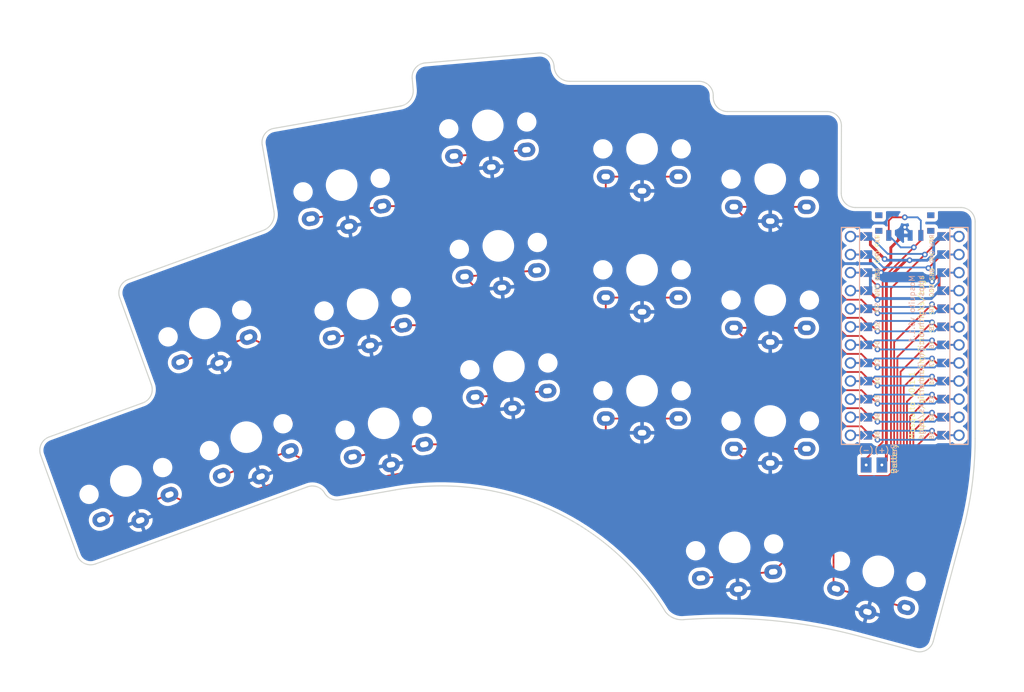
<source format=kicad_pcb>
(kicad_pcb (version 20210925) (generator pcbnew)
  (title_block (title "Mosquito") (date "2021-10-31") (rev "0.1.1") (company "jmnw"))
  (layers (0 "F.Cu" signal) (31 "B.Cu" signal) (34 "B.Paste" user) (35 "F.Paste" user) (36 "B.SilkS" user "B.Silkscreen") (37 "F.SilkS" user "F.Silkscreen") (38 "B.Mask" user) (39 "F.Mask" user) (44 "Edge.Cuts" user))
  (net 0 "")
  (net 1 "unconnected-(PSW1-Pad3)")
  (net 2 "switch1")
  (net 3 "switch2")
  (net 4 "switch3")
  (net 5 "switch4")
  (net 6 "switch5")
  (net 7 "switch6")
  (net 8 "switch7")
  (net 9 "switch8")
  (net 10 "switch9")
  (net 11 "switch10")
  (net 12 "switch11")
  (net 13 "switch12")
  (net 14 "switch13")
  (net 15 "switch14")
  (net 16 "switch15")
  (net 17 "unconnected-(U1-Pad22)")
  (net 18 "unconnected-(U1-Pad2)")
  (net 19 "switch17")
  (net 20 "GND")
  (net 21 "VCC")
  (net 22 "Net-(BT1-Pad2)")
  (net 23 "raw")
  (net 24 "switch16")
  (footprint "bugs:Choc_reversible" (layer "F.Cu") (at 65.959394 57.77213 10)
    (fp_text reference "SW2" hide)
    (fp_text value "SW_PUSH" hide)
  )
  (footprint "bugs:Choc_reversible" (layer "F.Cu") (at 86.48449 49.381126 5)
    (fp_text reference "SW3" hide)
    (fp_text value "SW_PUSH" hide)
  )
  (footprint "bugs:Choc_reversible" (layer "F.Cu") (at 108.15483 52.685154)
    (fp_text reference "SW4" hide)
    (fp_text value "SW_PUSH" hide)
  )
  (footprint "bugs:Choc_reversible" (layer "F.Cu") (at 126.154835 56.935156)
    (fp_text reference "SW5" hide)
    (fp_text value "SW_PUSH" hide)
  )
  (footprint "bugs:Choc_reversible" (layer "F.Cu") (at 35.65486 99.358253 20)
    (fp_text reference "SW11" hide)
    (fp_text value "SW_PUSH" hide)
  )
  (footprint "bugs:Choc_reversible" (layer "F.Cu") (at 68.911411 74.513867 10)
    (fp_text reference "SW7" hide)
    (fp_text value "SW_PUSH" hide)
  )
  (footprint "bugs:Choc_reversible" (layer "F.Cu") (at 87.966139 66.316434 5)
    (fp_text reference "SW8" hide)
    (fp_text value "SW_PUSH" hide)
  )
  (footprint "bugs:Choc_reversible" (layer "F.Cu") (at 108.154842 69.685154)
    (fp_text reference "SW9" hide)
    (fp_text value "SW_PUSH" hide)
  )
  (footprint "bugs:Choc_reversible" (layer "F.Cu") (at 126.154836 73.935158)
    (fp_text reference "SW10" hide)
    (fp_text value "SW_PUSH" hide)
  )
  (footprint "bugs:Choc_reversible" (layer "F.Cu") (at 71.863432 91.255602 10)
    (fp_text reference "SW12" hide)
    (fp_text value "SW_PUSH" hide)
  )
  (footprint "bugs:Choc_reversible" (layer "F.Cu") (at 89.447776 83.251757 5)
    (fp_text reference "SW13" hide)
    (fp_text value "SW_PUSH" hide)
  )
  (footprint "bugs:Choc_reversible" (layer "F.Cu") (at 108.154838 86.685152)
    (fp_text reference "SW14" hide)
    (fp_text value "SW_PUSH" hide)
  )
  (footprint "bugs:Choc_reversible" (layer "F.Cu") (at 121.153064 108.687289 5)
    (fp_text reference "SW16" hide)
    (fp_text value "SW_PUSH" hide)
  )
  (footprint "bugs:Choc_reversible" (layer "F.Cu") (at 141.332792 112.058688 -15)
    (fp_text reference "SW17" hide)
    (fp_text value "SW_PUSH" hide)
  )
  (footprint "bugs:ProMicro_jumpers" (layer "F.Cu") (at 145.044835 78.965157)
    (fp_text reference "U1" hide)
    (fp_text value "ProMicro")
  )
  (footprint "bugs:Choc_reversible" (layer "F.Cu") (at 52.569325 93.201888 20)
    (fp_text reference "SW6" hide)
    (fp_text value "SW_PUSH" hide)
  )
  (footprint "bugs:Choc_reversible" (layer "F.Cu") (at 46.754982 77.227121 20)
    (fp_text reference "SW1" hide)
    (fp_text value "SW_PUSH" hide)
  )
  (footprint "bugs:Battery_pads_reversible" (layer "F.Cu") (at 140.73 97.11 180)
    (fp_text reference "BT1" hide)
    (fp_text value "Battery_Cell")
  )
  (footprint "bugs:Choc_reversible" (layer "F.Cu") (at 126.154839 90.935157)
    (fp_text reference "SW15" hide)
    (fp_text value "SW_PUSH" hide)
  )
  (footprint "bugs:Power_reversible" (layer "F.Cu") (at 145.053313 63.101967 180)
    (fp_text reference "PSW1" hide)
    (fp_text value "SW_SPDT")
  )
  (footprint "kbd:thread_m2" (layer "B.Cu") (at 68.19009 87.650522 -170)
    (fp_text reference "Ref**" hide)
    (fp_text value "Val**" hide)
  )
  (footprint "kbd:thread_m2" (layer "B.Cu") (at 65.23633 70.898936 -170)
    (fp_text reference "Ref**" hide)
    (fp_text value "Val**" hide)
  )
  (footprint "kbd:thread_m2" (layer "B.Cu") (at 123.163312 60.996971 180)
    (fp_text reference "Ref**" hide)
    (fp_text value "Val**" hide)
  )
  (gr_arc (start 65.286162 100.026216) (end 63.597443 101.107088) (angle -67.37913673) (layer "Edge.Cuts") (width 0.15))
  (gr_line (start 65.634349 102.000758) (end 73.513304 100.611484) (layer "Edge.Cuts") (width 0.15))
  (gr_line (start 35.987812 71.036376) (end 54.923833 64.144229) (layer "Edge.Cuts") (width 0.15))
  (gr_line (start 61.164893 100.183602) (end 31.386239 111.022147) (layer "Edge.Cuts") (width 0.15))
  (gr_arc (start 77.860625 42.596754) (end 77.686316 40.604356) (angle -90) (layer "Edge.Cuts") (width 0.15))
  (gr_arc (start 105.013421 93.391973) (end 153.45182 105.470751) (angle -14.00185829) (layer "Edge.Cuts") (width 0.15))
  (gr_arc (start 61.845985 102.055063) (end 63.597443 101.107088) (angle -81.57382184) (layer "Edge.Cuts") (width 0.15))
  (gr_line (start 23.692335 95.730941) (end 28.822809 109.826805) (layer "Edge.Cuts") (width 0.15))
  (gr_arc (start 152.935241 62.924752) (end 154.935243 62.924753) (angle -90) (layer "Edge.Cuts") (width 0.15))
  (gr_line (start 118.154857 45.185603) (end 118.155247 45.434747) (layer "Edge.Cuts") (width 0.15))
  (gr_line (start 138.874253 121.234546) (end 146.601651 123.305096) (layer "Edge.Cuts") (width 0.15))
  (gr_line (start 95.792131 41.027948) (end 95.806599 41.193318) (layer "Edge.Cuts") (width 0.15))
  (gr_arc (start 56.778257 51.774894) (end 56.430959 49.805279) (angle -90) (layer "Edge.Cuts") (width 0.15))
  (gr_arc (start 73.834624 44.520255) (end 74.213634 46.669711) (angle -84.99985992) (layer "Edge.Cuts") (width 0.15))
  (gr_arc (start 37.359472 86.49954) (end 38.043509 88.378931) (angle -90) (layer "Edge.Cuts") (width 0.15))
  (gr_line (start 138.129369 60.924744) (end 152.935244 60.924756) (layer "Edge.Cuts") (width 0.15))
  (gr_arc (start 119.477018 192.621122) (end 114.011546 118.848331) (angle 19.43846695) (layer "Edge.Cuts") (width 0.15))
  (gr_arc (start 36.671844 72.91577) (end 35.987812 71.036376) (angle -90) (layer "Edge.Cuts") (width 0.15))
  (gr_line (start 120.155254 47.43475) (end 134.155033 47.434967) (layer "Edge.Cuts") (width 0.15))
  (gr_arc (start 147.119292 121.373246) (end 146.601651 123.305096) (angle -90) (layer "Edge.Cuts") (width 0.15))
  (gr_line (start 149.051144 121.890881) (end 153.45182 105.470751) (layer "Edge.Cuts") (width 0.15))
  (gr_arc (start 134.155032 49.43497) (end 136.155032 49.43497) (angle -90) (layer "Edge.Cuts") (width 0.15))
  (gr_line (start 24.887681 93.167516) (end 38.043509 88.378931) (layer "Edge.Cuts") (width 0.15))
  (gr_arc (start 30.702195 109.142763) (end 28.822809 109.826805) (angle -90) (layer "Edge.Cuts") (width 0.15))
  (gr_line (start 154.935243 62.924753) (end 154.935116 93.39203) (layer "Edge.Cuts") (width 0.15))
  (gr_arc (start 120.155247 45.434753) (end 118.155247 45.434747) (angle -90) (layer "Edge.Cuts") (width 0.15))
  (gr_line (start 97.98091 43.185703) (end 116.154859 43.185599) (layer "Edge.Cuts") (width 0.15))
  (gr_arc (start 113.752873 115.892621) (end 111.44512 117.765095) (angle -55.94629929) (layer "Edge.Cuts") (width 0.15))
  (gr_arc (start 97.980901 41.003087) (end 95.806599 41.193318) (angle -85.00013873) (layer "Edge.Cuts") (width 0.15))
  (gr_line (start 56.455924 61.490581) (end 54.808637 52.122188) (layer "Edge.Cuts") (width 0.15))
  (gr_arc (start 54.108625 61.904469) (end 54.923833 64.144229) (angle -79.99998711) (layer "Edge.Cuts") (width 0.15))
  (gr_arc (start 93.79974 41.202258) (end 95.792131 41.027948) (angle -90) (layer "Edge.Cuts") (width 0.15))
  (gr_line (start 34.792462 73.599808) (end 39.23886 85.815503) (layer "Edge.Cuts") (width 0.15))
  (gr_arc (start 79.921782 136.95656) (end 111.44512 117.765095) (angle -68.66666424) (layer "Edge.Cuts") (width 0.15))
  (gr_line (start 75.868239 42.771062) (end 76.008934 44.330029) (layer "Edge.Cuts") (width 0.15))
  (gr_line (start 77.686316 40.604356) (end 93.625432 39.209869) (layer "Edge.Cuts") (width 0.15))
  (gr_line (start 56.430959 49.805279) (end 74.213634 46.669711) (layer "Edge.Cuts") (width 0.15))
  (gr_arc (start 116.15486 45.185597) (end 118.154857 45.185603) (angle -90) (layer "Edge.Cuts") (width 0.15))
  (gr_arc (start 25.571721 95.046904) (end 24.887681 93.167516) (angle -90) (layer "Edge.Cuts") (width 0.15))
  (gr_line (start 136.155032 49.43497) (end 136.129374 58.924756) (layer "Edge.Cuts") (width 0.15))
  (gr_arc (start 138.129373 58.924753) (end 136.129374 58.924756) (angle -90) (layer "Edge.Cuts") (width 0.15))
  (gr_text "Mosquito v0.1.1\nhttps://github.com/jimmerricks/bugs" (at 146.710002 70.360004 90) (layer "B.SilkS") (effects (font (size 0.8 0.8) (thickness 0.1)) (justify left mirror)))
  (gr_text "Mosquito v0.1.1\nhttps://github.com/jimmerricks/bugs" (at 146.71 93.58 90) (layer "F.SilkS") (effects (font (size 0.8 0.8) (thickness 0.1)) (justify left)))
  (segment (start 142.803316 62.771826) (end 142.803315 64.851969) (width 0.25) (layer "F.Cu") (net 1))
  (segment (start 145.053316 62.30197) (end 143.273175 62.301968) (width 0.25) (layer "F.Cu") (net 1))
  (segment (start 143.273175 62.301968) (end 142.803316 62.771826) (width 0.25) (layer "F.Cu") (net 1))
  (via (at 145.053316 62.30197) (size 0.8) (drill 0.4) (layers "F.Cu" "B.Cu") (net 1))
  (segment (start 146.846292 62.301968) (end 147.303315 62.758997) (width 0.25) (layer "B.Cu") (net 1))
  (segment (start 147.303315 62.758997) (end 147.303318 64.851969) (width 0.25) (layer "B.Cu") (net 1))
  (segment (start 145.053316 62.30197) (end 146.846292 62.301968) (width 0.25) (layer "B.Cu") (net 1))
  (segment (start 105.109975 100.460664) (end 143.471228 100.460664) (width 0.25) (layer "F.Cu") (net 2))
  (segment (start 149.505836 82.775156) (end 148.870838 82.140157) (width 0.25) (layer "F.Cu") (net 2))
  (segment (start 68.210059 99.377939) (end 77.797427 97.687427) (width 0.25) (layer "F.Cu") (net 2))
  (segment (start 77.797427 97.687427) (end 80.824587 94.660267) (width 0.25) (layer "F.Cu") (net 2))
  (segment (start 55.260706 80.257159) (end 60.99566 96.013809) (width 0.25) (layer "F.Cu") (net 2))
  (segment (start 99.309576 94.660266) (end 105.109975 100.460664) (width 0.25) (layer "F.Cu") (net 2))
  (segment (start 43.296424 82.636226) (end 52.88129 79.147622) (width 0.25) (layer "F.Cu") (net 2))
  (segment (start 143.471228 100.460664) (end 144.90808 99.02381) (width 0.25) (layer "F.Cu") (net 2))
  (segment (start 52.88129 79.147619) (end 55.260706 80.257159) (width 0.25) (layer "F.Cu") (net 2))
  (segment (start 60.99566 96.013809) (end 68.210059 99.377939) (width 0.25) (layer "F.Cu") (net 2))
  (segment (start 149.870836 82.775155) (end 149.505836 82.775156) (width 0.25) (layer "F.Cu") (net 2))
  (segment (start 144.90808 99.02381) (end 144.90808 86.102915) (width 0.25) (layer "F.Cu") (net 2))
  (segment (start 80.824587 94.660267) (end 99.309576 94.660266) (width 0.25) (layer "F.Cu") (net 2))
  (segment (start 144.90808 86.102915) (end 148.870838 82.140157) (width 0.25) (layer "F.Cu") (net 2))
  (via (at 148.870838 82.140157) (size 0.8) (drill 0.4) (layers "F.Cu" "B.Cu") (net 2))
  (segment (start 148.870838 82.140157) (end 140.853836 82.140158) (width 0.25) (layer "B.Cu") (net 2))
  (segment (start 140.853836 82.140158) (end 140.218833 82.775158) (width 0.25) (layer "B.Cu") (net 2))
  (segment (start 106.062259 66.735418) (end 105.802258 66.475418) (width 0.25) (layer "F.Cu") (net 3))
  (segment (start 140.218835 82.775157) (end 140.583838 82.775157) (width 0.25) (layer "F.Cu") (net 3))
  (segment (start 105.802258 66.475418) (end 100.054115 60.727275) (width 0.25) (layer "F.Cu") (net 3))
  (segment (start 133.46 72.437154) (end 127.758264 66.735418) (width 0.25) (layer "F.Cu") (net 3))
  (segment (start 133.46 78.15) (end 133.46 72.437154) (width 0.25) (layer "F.Cu") (net 3))
  (segment (start 140.218835 82.775157) (end 138.943678 81.5) (width 0.25) (layer "F.Cu") (net 3))
  (segment (start 100.054115 60.727275) (end 99.894116 60.727276) (width 0.25) (layer "F.Cu") (net 3))
  (segment (start 136.81 81.5) (end 133.46 78.15) (width 0.25) (layer "F.Cu") (net 3))
  (segment (start 140.583838 82.775157) (end 141.218834 83.410153) (width 0.25) (layer "F.Cu") (net 3))
  (segment (start 138.943678 81.5) (end 136.81 81.5) (width 0.25) (layer "F.Cu") (net 3))
  (segment (start 99.894116 60.727276) (end 71.659145 60.727275) (width 0.25) (layer "F.Cu") (net 3))
  (segment (start 127.758264 66.735418) (end 106.062259 66.735418) (width 0.25) (layer "F.Cu") (net 3))
  (segment (start 61.614105 62.498487) (end 71.659142 60.727273) (width 0.25) (layer "F.Cu") (net 3))
  (via (at 141.218834 83.410153) (size 0.8) (drill 0.4) (layers "F.Cu" "B.Cu") (net 3))
  (segment (start 141.218834 83.410153) (end 149.235836 83.410155) (width 0.25) (layer "B.Cu") (net 3))
  (segment (start 149.235836 83.410155) (end 149.870836 82.775155) (width 0.25) (layer "B.Cu") (net 3))
  (segment (start 106.248457 66.285899) (end 100.240314 60.277755) (width 0.25) (layer "F.Cu") (net 4))
  (segment (start 88.310777 60.277757) (end 81.743804 53.710781) (width 0.25) (layer "F.Cu") (net 4))
  (segment (start 127.944463 66.285899) (end 106.248457 66.285899) (width 0.25) (layer "F.Cu") (net 4))
  (segment (start 140.218835 80.235157) (end 138.963678 78.98) (width 0.25) (layer "F.Cu") (net 4))
  (segment (start 140.218833 80.235155) (end 140.583835 80.235156) (width 0.25) (layer "F.Cu") (net 4))
  (segment (start 133.90952 76.05952) (end 133.90952 72.250956) (width 0.25) (layer "F.Cu") (net 4))
  (segment (start 100.240314 60.277755) (end 88.310777 60.277757) (width 0.25) (layer "F.Cu") (net 4))
  (segment (start 140.583835 80.235156) (end 141.218834 80.870154) (width 0.25) (layer "F.Cu") (net 4))
  (segment (start 133.90952 72.250956) (end 127.944463 66.285899) (width 0.25) (layer "F.Cu") (net 4))
  (segment (start 81.743807 53.710781) (end 91.904992 52.821793) (width 0.25) (layer "F.Cu") (net 4))
  (segment (start 138.963678 78.98) (end 136.83 78.98) (width 0.25) (layer "F.Cu") (net 4))
  (segment (start 136.83 78.98) (end 133.90952 76.05952) (width 0.25) (layer "F.Cu") (net 4))
  (via (at 141.218834 80.870154) (size 0.8) (drill 0.4) (layers "F.Cu" "B.Cu") (net 4))
  (segment (start 141.218834 80.870154) (end 149.235835 80.870157) (width 0.25) (layer "B.Cu") (net 4))
  (segment (start 149.235835 80.870157) (end 149.870833 80.235156) (width 0.25) (layer "B.Cu") (net 4))
  (segment (start 140.583835 77.695154) (end 141.218833 78.330158) (width 0.25) (layer "F.Cu") (net 5))
  (segment (start 127.236379 65.836379) (end 126.87638 65.83638) (width 0.25) (layer "F.Cu") (net 5))
  (segment (start 126.87638 65.83638) (end 106.434654 65.836379) (width 0.25) (layer "F.Cu") (net 5))
  (segment (start 103.054831 56.585151) (end 113.254828 56.58515) (width 0.25) (layer "F.Cu") (net 5))
  (segment (start 134.35904 74.00904) (end 134.35904 72.064758) (width 0.25) (layer "F.Cu") (net 5))
  (segment (start 136.78 76.43) (end 134.35904 74.00904) (width 0.25) (layer "F.Cu") (net 5))
  (segment (start 103.054828 56.585154) (end 103.054828 62.456551) (width 0.25) (layer "F.Cu") (net 5))
  (segment (start 128.130661 65.836379) (end 127.236379 65.836379) (width 0.25) (layer "F.Cu") (net 5))
  (segment (start 134.35904 72.064758) (end 128.130661 65.836379) (width 0.25) (layer "F.Cu") (net 5))
  (segment (start 103.054828 62.456551) (end 106.434654 65.836379) (width 0.25) (layer "F.Cu") (net 5))
  (segment (start 138.953678 76.43) (end 136.78 76.43) (width 0.25) (layer "F.Cu") (net 5))
  (segment (start 140.218835 77.695156) (end 140.583835 77.695154) (width 0.25) (layer "F.Cu") (net 5))
  (segment (start 140.218835 77.695157) (end 138.953678 76.43) (width 0.25) (layer "F.Cu") (net 5))
  (via (at 141.218833 78.330158) (size 0.8) (drill 0.4) (layers "F.Cu" "B.Cu") (net 5))
  (segment (start 141.218833 78.330158) (end 149.235833 78.330157) (width 0.25) (layer "B.Cu") (net 5))
  (segment (start 149.235833 78.330157) (end 149.870835 77.695155) (width 0.25) (layer "B.Cu") (net 5))
  (segment (start 128.316859 65.386859) (end 127.463141 65.386859) (width 0.25) (layer "F.Cu") (net 6))
  (segment (start 129.746858 66.816858) (end 128.316859 65.386859) (width 0.25) (layer "F.Cu") (net 6))
  (segment (start 138.943678 73.88) (end 136.81 73.88) (width 0.25) (layer "F.Cu") (net 6))
  (segment (start 125.606538 65.386859) (end 127.463141 65.386859) (width 0.25) (layer "F.Cu") (net 6))
  (segment (start 121.054835 60.835154) (end 124.09226 63.872578) (width 0.25) (layer "F.Cu") (net 6))
  (segment (start 140.218835 75.155157) (end 138.943678 73.88) (width 0.25) (layer "F.Cu") (net 6))
  (segment (start 121.054832 60.835154) (end 131.254835 60.835157) (width 0.25) (layer "F.Cu") (net 6))
  (segment (start 136.81 73.88) (end 129.746858 66.816858) (width 0.25) (layer "F.Cu") (net 6))
  (segment (start 140.583831 75.155159) (end 141.218834 75.790154) (width 0.25) (layer "F.Cu") (net 6))
  (segment (start 124.09226 63.872578) (end 125.606538 65.386859) (width 0.25) (layer "F.Cu") (net 6))
  (segment (start 140.218834 75.155155) (end 140.583831 75.155159) (width 0.25) (layer "F.Cu") (net 6))
  (via (at 141.218834 75.790154) (size 0.8) (drill 0.4) (layers "F.Cu" "B.Cu") (net 6))
  (segment (start 149.235836 75.790158) (end 149.870835 75.155155) (width 0.25) (layer "B.Cu") (net 6))
  (segment (start 141.218834 75.790154) (end 149.235836 75.790158) (width 0.25) (layer "B.Cu") (net 6))
  (segment (start 143.659816 100.910184) (end 143.659816 100.907793) (width 0.25) (layer "F.Cu") (net 7))
  (segment (start 49.110771 98.610992) (end 58.695636 95.122389) (width 0.25) (layer "F.Cu") (net 7))
  (segment (start 149.870834 85.315158) (end 149.505833 85.315155) (width 0.25) (layer "F.Cu") (net 7))
  (segment (start 143.659816 100.907793) (end 145.357599 99.21001) (width 0.25) (layer "F.Cu") (net 7))
  (segment (start 145.357599 88.19339) (end 148.870832 84.680157) (width 0.25) (layer "F.Cu") (net 7))
  (segment (start 145.357599 99.21001) (end 145.357599 88.19339) (width 0.25) (layer "F.Cu") (net 7))
  (segment (start 58.695634 95.122387) (end 58.833675 95.50165) (width 0.25) (layer "F.Cu") (net 7))
  (segment (start 149.505833 85.315155) (end 148.870832 84.680157) (width 0.25) (layer "F.Cu") (net 7))
  (segment (start 81.067159 95.109787) (end 99.123379 95.109787) (width 0.25) (layer "F.Cu") (net 7))
  (segment (start 66.843652 99.236764) (end 68.174214 99.857215) (width 0.25) (layer "F.Cu") (net 7))
  (segment (start 104.923778 100.910184) (end 143.659816 100.910184) (width 0.25) (layer "F.Cu") (net 7))
  (segment (start 58.833675 95.50165) (end 65.532642 98.625428) (width 0.25) (layer "F.Cu") (net 7))
  (segment (start 99.123379 95.109787) (end 104.923778 100.910184) (width 0.25) (layer "F.Cu") (net 7))
  (segment (start 68.174214 99.857215) (end 78.063473 98.113473) (width 0.25) (layer "F.Cu") (net 7))
  (segment (start 65.532642 98.625428) (end 66.843652 99.236764) (width 0.25) (layer "F.Cu") (net 7))
  (segment (start 78.063473 98.113473) (end 81.067159 95.109787) (width 0.25) (layer "F.Cu") (net 7))
  (via (at 148.870832 84.680157) (size 0.8) (drill 0.4) (layers "F.Cu" "B.Cu") (net 7))
  (segment (start 140.853834 84.680157) (end 140.218835 85.315158) (width 0.25) (layer "B.Cu") (net 7))
  (segment (start 148.870832 84.680157) (end 140.853834 84.680157) (width 0.25) (layer "B.Cu") (net 7))
  (segment (start 64.566121 79.240225) (end 74.611158 77.469015) (width 0.25) (layer "F.Cu") (net 8))
  (segment (start 99.585856 77.469014) (end 103.672257 81.555419) (width 0.25) (layer "F.Cu") (net 8))
  (segment (start 138.963678 91.68) (end 140.218835 92.935157) (width 0.25) (layer "F.Cu") (net 8))
  (segment (start 74.611159 77.469014) (end 99.585856 77.469014) (width 0.25) (layer "F.Cu") (net 8))
  (segment (start 103.672257 81.555419) (end 105.882259 83.765418) (width 0.25) (layer "F.Cu") (net 8))
  (segment (start 136.76 91.68) (end 138.963678 91.68) (width 0.25) (layer "F.Cu") (net 8))
  (segment (start 105.882259 83.765418) (end 128.845418 83.765418) (width 0.25) (layer "F.Cu") (net 8))
  (segment (start 128.845418 83.765418) (end 136.76 91.68) (width 0.25) (layer "F.Cu") (net 8))
  (segment (start 140.218831 92.935154) (end 140.583834 92.935154) (width 0.25) (layer "F.Cu") (net 8))
  (segment (start 140.583834 92.935154) (end 141.218832 93.570157) (width 0.25) (layer "F.Cu") (net 8))
  (via (at 141.218832 93.570157) (size 0.8) (drill 0.4) (layers "F.Cu" "B.Cu") (net 8))
  (segment (start 141.218832 93.570157) (end 149.235832 93.570157) (width 0.25) (layer "B.Cu") (net 8))
  (segment (start 149.235832 93.570157) (end 149.870833 92.935157) (width 0.25) (layer "B.Cu") (net 8))
  (segment (start 93.38664 69.757099) (end 93.386639 69.998363) (width 0.25) (layer "F.Cu") (net 9))
  (segment (start 89.043519 76.464157) (end 89.149338 76.569974) (width 0.25) (layer "F.Cu") (net 9))
  (segment (start 83.225451 70.646091) (end 93.386637 69.757101) (width 0.25) (layer "F.Cu") (net 9))
  (segment (start 140.218835 90.395157) (end 138.953678 89.13) (width 0.25) (layer "F.Cu") (net 9))
  (segment (start 99.772051 77.019493) (end 106.068458 83.315898) (width 0.25) (layer "F.Cu") (net 9))
  (segment (start 138.953678 89.13) (end 134.845718 89.13) (width 0.25) (layer "F.Cu") (net 9))
  (segment (start 89.598855 77.019492) (end 99.77205 77.019493) (width 0.25) (layer "F.Cu") (net 9))
  (segment (start 129.031619 83.315901) (end 128.735901 83.315901) (width 0.25) (layer "F.Cu") (net 9))
  (segment (start 89.043519 76.464157) (end 89.598855 77.019492) (width 0.25) (layer "F.Cu") (net 9))
  (segment (start 99.77205 77.019493) (end 99.772051 77.019493) (width 0.25) (layer "F.Cu") (net 9))
  (segment (start 134.845718 89.13) (end 129.031619 83.315901) (width 0.25) (layer "F.Cu") (net 9))
  (segment (start 106.068458 83.315898) (end 128.735901 83.315901) (width 0.25) (layer "F.Cu") (net 9))
  (segment (start 83.225452 70.646092) (end 89.043519 76.464157) (width 0.25) (layer "F.Cu") (net 9))
  (segment (start 140.583836 90.395155) (end 141.218835 91.030156) (width 0.25) (layer "F.Cu") (net 9))
  (segment (start 140.218836 90.395154) (end 140.583836 90.395155) (width 0.25) (layer "F.Cu") (net 9))
  (via (at 141.218835 91.030156) (size 0.8) (drill 0.4) (layers "F.Cu" "B.Cu") (net 9))
  (segment (start 141.218835 91.030156) (end 149.235836 91.030159) (width 0.25) (layer "B.Cu") (net 9))
  (segment (start 149.235836 91.030159) (end 149.870835 90.395154) (width 0.25) (layer "B.Cu") (net 9))
  (segment (start 106.254654 82.866378) (end 128.853623 82.866377) (width 0.25) (layer "F.Cu") (net 10))
  (segment (start 103.054841 79.030846) (end 103.054839 79.666565) (width 0.25) (layer "F.Cu") (net 10))
  (segment (start 140.583834 87.855156) (end 141.218834 88.490154) (width 0.25) (layer "F.Cu") (net 10))
  (segment (start 140.218835 87.855157) (end 138.963678 86.6) (width 0.25) (layer "F.Cu") (net 10))
  (segment (start 138.963678 86.6) (end 132.951436 86.6) (width 0.25) (layer "F.Cu") (net 10))
  (segment (start 103.054843 73.58515) (end 113.254839 73.58515) (width 0.25) (layer "F.Cu") (net 10))
  (segment (start 103.054839 79.666565) (end 106.254654 82.866378) (width 0.25) (layer "F.Cu") (net 10))
  (segment (start 103.054841 73.585153) (end 103.054841 79.030846) (width 0.25) (layer "F.Cu") (net 10))
  (segment (start 132.951436 86.6) (end 129.217813 82.866377) (width 0.25) (layer "F.Cu") (net 10))
  (segment (start 140.218834 87.855154) (end 140.583834 87.855156) (width 0.25) (layer "F.Cu") (net 10))
  (segment (start 129.217813 82.866377) (end 128.853623 82.866377) (width 0.25) (layer "F.Cu") (net 10))
  (via (at 141.218834 88.490154) (size 0.8) (drill 0.4) (layers "F.Cu" "B.Cu") (net 10))
  (segment (start 149.235834 88.490156) (end 149.870835 87.855158) (width 0.25) (layer "B.Cu") (net 10))
  (segment (start 141.218834 88.490154) (end 149.235834 88.490156) (width 0.25) (layer "B.Cu") (net 10))
  (segment (start 129.40401 82.416857) (end 131.027154 84.04) (width 0.25) (layer "F.Cu") (net 11))
  (segment (start 121.054837 77.835155) (end 125.636538 82.416858) (width 0.25) (layer "F.Cu") (net 11))
  (segment (start 140.218835 85.315158) (end 140.583832 85.315154) (width 0.25) (layer "F.Cu") (net 11))
  (segment (start 121.054836 77.835154) (end 131.254837 77.835155) (width 0.25) (layer "F.Cu") (net 11))
  (segment (start 140.583832 85.315154) (end 141.218836 85.950156) (width 0.25) (layer "F.Cu") (net 11))
  (segment (start 138.943678 84.04) (end 140.218835 85.315157) (width 0.25) (layer "F.Cu") (net 11))
  (segment (start 131.027154 84.04) (end 138.943678 84.04) (width 0.25) (layer "F.Cu") (net 11))
  (segment (start 125.636538 82.416858) (end 129.40401 82.416857) (width 0.25) (layer "F.Cu") (net 11))
  (via (at 141.218836 85.950156) (size 0.8) (drill 0.4) (layers "F.Cu" "B.Cu") (net 11))
  (segment (start 149.235835 85.950156) (end 149.870834 85.315158) (width 0.25) (layer "B.Cu") (net 11))
  (segment (start 141.218836 85.950156) (end 149.235835 85.950156) (width 0.25) (layer "B.Cu") (net 11))
  (segment (start 104.737581 101.359704) (end 143.846013 101.359704) (width 0.25) (layer "F.Cu") (net 12))
  (segment (start 66.643603 99.639469) (end 68.153177 100.343396) (width 0.25) (layer "F.Cu") (net 12))
  (segment (start 78.320604 98.49206) (end 81.253357 95.559307) (width 0.25) (layer "F.Cu") (net 12))
  (segment (start 149.870835 87.855158) (end 149.505834 87.855156) (width 0.25) (layer "F.Cu") (net 12))
  (segment (start 41.78117 101.278751) (end 46.283869 103.378394) (width 0.25) (layer "F.Cu") (net 12))
  (segment (start 98.937181 95.559307) (end 103.44 100.062126) (width 0.25) (layer "F.Cu") (net 12))
  (segment (start 41.781172 101.278749) (end 32.196306 104.767357) (width 0.25) (layer "F.Cu") (net 12))
  (segment (start 81.253357 95.559307) (end 98.937181 95.559307) (width 0.25) (layer "F.Cu") (net 12))
  (segment (start 78.320604 98.550604) (end 78.320604 98.49206) (width 0.25) (layer "F.Cu") (net 12))
  (segment (start 62.221694 97.577501) (end 66.643603 99.639469) (width 0.25) (layer "F.Cu") (net 12))
  (segment (start 145.807119 99.398598) (end 145.807119 90.283871) (width 0.25) (layer "F.Cu") (net 12))
  (segment (start 46.283869 103.378394) (end 62.221694 97.577501) (width 0.25) (layer "F.Cu") (net 12))
  (segment (start 68.153177 100.343396) (end 70.029399 100.012567) (width 0.25) (layer "F.Cu") (net 12))
  (segment (start 145.807119 90.283871) (end 148.870834 87.220156) (width 0.25) (layer "F.Cu") (net 12))
  (segment (start 143.846013 101.359704) (end 145.807119 99.398598) (width 0.25) (layer "F.Cu") (net 12))
  (segment (start 70.029399 100.012567) (end 78.320604 98.550604) (width 0.25) (layer "F.Cu") (net 12))
  (segment (start 149.505834 87.855156) (end 148.870834 87.220156) (width 0.25) (layer "F.Cu") (net 12))
  (segment (start 103.44 100.062126) (end 104.737581 101.359704) (width 0.25) (layer "F.Cu") (net 12))
  (via (at 148.870834 87.220156) (size 0.8) (drill 0.4) (layers "F.Cu" "B.Cu") (net 12))
  (segment (start 148.870834 87.220156) (end 140.853834 87.220156) (width 0.25) (layer "B.Cu") (net 12))
  (segment (start 140.853834 87.220156) (end 140.218834 87.855154) (width 0.25) (layer "B.Cu") (net 12))
  (segment (start 144.45856 98.837613) (end 144.45856 84.012431) (width 0.25) (layer "F.Cu") (net 13))
  (segment (start 143.285032 100.011142) (end 144.45856 98.837613) (width 0.25) (layer "F.Cu") (net 13))
  (segment (start 139.156171 100.011144) (end 143.285032 100.011142) (width 0.25) (layer "F.Cu") (net 13))
  (segment (start 144.45856 84.012431) (end 148.870834 79.600157) (width 0.25) (layer "F.Cu") (net 13))
  (segment (start 67.518139 95.981956) (end 77.563179 94.210745) (width 0.25) (layer "F.Cu") (net 13))
  (segment (start 149.505834 80.235157) (end 148.870834 79.600157) (width 0.25) (layer "F.Cu") (net 13))
  (segment (start 149.870833 80.235156) (end 149.505834 80.235157) (width 0.25) (layer "F.Cu") (net 13))
  (segment (start 99.495775 94.210747) (end 103.016172 97.731143) (width 0.25) (layer "F.Cu") (net 13))
  (segment (start 77.563178 94.210747) (end 99.495775 94.210747) (width 0.25) (layer "F.Cu") (net 13))
  (segment (start 105.296171 100.011144) (end 139.156171 100.011144) (width 0.25) (layer "F.Cu") (net 13))
  (segment (start 103.016172 97.731143) (end 105.296171 100.011144) (width 0.25) (layer "F.Cu") (net 13))
  (via (at 148.870834 79.600157) (size 0.8) (drill 0.4) (layers "F.Cu" "B.Cu") (net 13))
  (segment (start 140.853835 79.600157) (end 140.218833 80.235155) (width 0.25) (layer "B.Cu") (net 13))
  (segment (start 148.870834 79.600157) (end 140.853835 79.600157) (width 0.25) (layer "B.Cu") (net 13))
  (segment (start 105.482369 99.561624) (end 143.098834 99.561623) (width 0.25) (layer "F.Cu") (net 14))
  (segment (start 94.868277 86.692422) (end 94.868276 87.614282) (width 0.25) (layer "F.Cu") (net 14))
  (segment (start 84.70709 87.581411) (end 90.886906 93.761227) (width 0.25) (layer "F.Cu") (net 14))
  (segment (start 144.00904 81.921952) (end 148.870836 77.060156) (width 0.25) (layer "F.Cu") (net 14))
  (segment (start 99.681972 93.761227) (end 105.482369 99.561624) (width 0.25) (layer "F.Cu") (net 14))
  (segment (start 144.00904 98.651416) (end 144.00904 81.921952) (width 0.25) (layer "F.Cu") (net 14))
  (segment (start 143.098834 99.561623) (end 144.00904 98.651416) (width 0.25) (layer "F.Cu") (net 14))
  (segment (start 90.886906 93.761227) (end 99.681972 93.761227) (width 0.25) (layer "F.Cu") (net 14))
  (segment (start 84.707091 87.581412) (end 94.868275 86.692424) (width 0.25) (layer "F.Cu") (net 14))
  (segment (start 149.505833 77.695156) (end 148.870836 77.060156) (width 0.25) (layer "F.Cu") (net 14))
  (segment (start 149.870835 77.695155) (end 149.505833 77.695156) (width 0.25) (layer "F.Cu") (net 14))
  (via (at 148.870836 77.060156) (size 0.8) (drill 0.4) (layers "F.Cu" "B.Cu") (net 14))
  (segment (start 141.043354 76.870637) (end 140.218835 77.695156) (width 0.25) (layer "B.Cu") (net 14))
  (segment (start 148.870836 77.060156) (end 148.681315 76.870637) (width 0.25) (layer "B.Cu") (net 14))
  (segment (start 148.681315 76.870637) (end 141.043354 76.870637) (width 0.25) (layer "B.Cu") (net 14))
  (segment (start 103.054838 90.585147) (end 113.254839 90.585153) (width 0.25) (layer "F.Cu") (net 15))
  (segment (start 143.55952 79.831473) (end 148.870836 74.520157) (width 0.25) (layer "F.Cu") (net 15))
  (segment (start 149.870835 75.155155) (end 149.505833 75.155156) (width 0.25) (layer "F.Cu") (net 15))
  (segment (start 103.054838 96.498375) (end 105.668567 99.112104) (width 0.25) (layer "F.Cu") (net 15))
  (segment (start 105.668567 99.112104) (end 142.912636 99.112104) (width 0.25) (layer "F.Cu") (net 15))
  (segment (start 149.505833 75.155156) (end 148.870836 74.520157) (width 0.25) (layer "F.Cu") (net 15))
  (segment (start 103.054838 90.585152) (end 103.054838 96.498375) (width 0.25) (layer "F.Cu") (net 15))
  (segment (start 142.912636 99.112104) (end 143.55952 98.465219) (width 0.25) (layer "F.Cu") (net 15))
  (segment (start 143.55952 98.465219) (end 143.55952 79.831473) (width 0.25) (layer "F.Cu") (net 15))
  (via (at 148.870836 74.520157) (size 0.8) (drill 0.4) (layers "F.Cu" "B.Cu") (net 15))
  (segment (start 148.485836 74.905157) (end 148.870836 74.520157) (width 0.25) (layer "B.Cu") (net 15))
  (segment (start 140.218834 75.155155) (end 140.468836 74.905156) (width 0.25) (layer "B.Cu") (net 15))
  (segment (start 140.468836 74.905156) (end 148.485836 74.905157) (width 0.25) (layer "B.Cu") (net 15))
  (segment (start 121.054839 94.835157) (end 124.882266 98.662584) (width 0.25) (layer "F.Cu") (net 16))
  (segment (start 142.726438 98.662584) (end 143.11 98.279022) (width 0.25) (layer "F.Cu") (net 16))
  (segment (start 147.870836 67.535154) (end 149.870836 65.535155) (width 0.25) (layer "F.Cu") (net 16))
  (segment (start 121.054839 94.835156) (end 131.254841 94.835155) (width 0.25) (layer "F.Cu") (net 16))
  (segment (start 143.11 98.279022) (end 143.11 72.29599) (width 0.25) (layer "F.Cu") (net 16))
  (segment (start 149.870836 65.535155) (end 149.870837 64.995156) (width 0.25) (layer "F.Cu") (net 16))
  (segment (start 143.11 72.29599) (end 147.870836 67.535154) (width 0.25) (layer "F.Cu") (net 16))
  (segment (start 124.882266 98.662584) (end 142.726438 98.662584) (width 0.25) (layer "F.Cu") (net 16))
  (via (at 147.870836 67.535154) (size 0.8) (drill 0.4) (layers "F.Cu" "B.Cu") (net 16))
  (segment (start 147.870836 67.535154) (end 147.781322 67.445644) (width 0.25) (layer "B.Cu") (net 16))
  (segment (start 142.669325 67.445646) (end 140.218835 64.995154) (width 0.25) (layer "B.Cu") (net 16))
  (segment (start 147.781322 67.445644) (end 142.669325 67.445646) (width 0.25) (layer "B.Cu") (net 16))
  (segment (start 140.218836 70.980156) (end 141.218835 71.980156) (width 0.25) (layer "F.Cu") (net 17))
  (segment (start 140.218835 70.075157) (end 140.218836 70.980156) (width 0.25) (layer "F.Cu") (net 17))
  (via (at 141.218835 71.980156) (size 0.8) (drill 0.4) (layers "F.Cu" "B.Cu") (net 17))
  (segment (start 149.205479 72.069668) (end 149.870836 71.40431) (width 0.25) (layer "B.Cu") (net 17))
  (segment (start 141.308347 72.069665) (end 149.205479 72.069668) (width 0.25) (layer "B.Cu") (net 17))
  (segment (start 149.870836 71.40431) (end 149.870835 70.075157) (width 0.25) (layer "B.Cu") (net 17))
  (segment (start 141.218835 71.980156) (end 141.308347 72.069665) (width 0.25) (layer "B.Cu") (net 17))
  (segment (start 149.870835 67.940156) (end 149.870834 67.535159) (width 0.25) (layer "F.Cu") (net 18))
  (segment (start 148.370835 69.440158) (end 149.870835 67.940156) (width 0.25) (layer "F.Cu") (net 18))
  (via (at 148.370835 69.440158) (size 0.8) (drill 0.4) (layers "F.Cu" "B.Cu") (net 18))
  (segment (start 148.281324 69.350644) (end 142.034323 69.350647) (width 0.25) (layer "B.Cu") (net 18))
  (segment (start 148.370835 69.440158) (end 148.281324 69.350644) (width 0.25) (layer "B.Cu") (net 18))
  (segment (start 142.034323 69.350647) (end 140.218835 67.535157) (width 0.25) (layer "B.Cu") (net 18))
  (segment (start 146.706159 99.770992) (end 146.706159 94.464832) (width 0.25) (layer "F.Cu") (net 19))
  (segment (start 135.044289 114.152936) (end 135.04429 104.292946) (width 0.25) (layer "F.Cu") (net 19))
  (segment (start 137.078492 102.258744) (end 144.218409 102.258744) (width 0.25) (layer "F.Cu") (net 19))
  (segment (start 149.505837 92.935156) (end 148.870835 92.300156) (width 0.25) (layer "F.Cu") (net 19))
  (segment (start 146.706159 94.464832) (end 148.870835 92.300156) (width 0.25) (layer "F.Cu") (net 19))
  (segment (start 144.218409 102.258744) (end 146.706159 99.770992) (width 0.25) (layer "F.Cu") (net 19))
  (segment (start 149.870833 92.935157) (end 149.505837 92.935156) (width 0.25) (layer "F.Cu") (net 19))
  (segment (start 135.397176 114.505824) (end 135.044289 114.152936) (width 0.25) (layer "F.Cu") (net 19))
  (segment (start 135.04429 104.292946) (end 137.078492 102.258744) (width 0.25) (layer "F.Cu") (net 19))
  (segment (start 145.249618 117.145777) (end 135.397176 114.505824) (width 0.25) (layer "F.Cu") (net 19))
  (via (at 148.870835 92.300156) (size 0.8) (drill 0.4) (layers "F.Cu" "B.Cu") (net 19))
  (segment (start 140.853836 92.300157) (end 140.218831 92.935154) (width 0.25) (layer "B.Cu") (net 19))
  (segment (start 148.870835 92.300156) (end 140.853836 92.300157) (width 0.25) (layer "B.Cu") (net 19))
  (segment (start 149.870835 70.075157) (end 149.870834 72.615154) (width 0.4) (layer "F.Cu") (net 20))
  (segment (start 144.303313 64.851967) (end 144.303313 65.356687) (width 0.4) (layer "F.Cu") (net 20))
  (segment (start 143.09 68.703989) (end 141.718834 70.075155) (width 0.4) (layer "F.Cu") (net 20))
  (segment (start 144.303313 65.356687) (end 143.09 66.57) (width 0.4) (layer "F.Cu") (net 20))
  (segment (start 149.870835 70.345156) (end 148.870834 71.345155) (width 0.4) (layer "F.Cu") (net 20))
  (segment (start 144.303318 64.851969) (end 144.303316 64.451969) (width 0.4) (layer "F.Cu") (net 20))
  (segment (start 140.218835 67.535157) (end 140.218836 68.575157) (width 0.4) (layer "F.Cu") (net 20))
  (segment (start 149.870835 70.075157) (end 149.870835 70.345156) (width 0.4) (layer "F.Cu") (net 20))
  (segment (start 144.303316 64.451969) (end 145.053318 63.701969) (width 0.4) (layer "F.Cu") (net 20))
  (segment (start 140.218836 68.575157) (end 141.718834 70.075155) (width 0.4) (layer "F.Cu") (net 20))
  (segment (start 143.09 66.57) (end 143.09 68.703989) (width 0.4) (layer "F.Cu") (net 20))
  (via (at 145.053318 63.701969) (size 0.8) (drill 0.4) (layers "F.Cu" "B.Cu") (net 20))
  (via (at 148.870834 71.345155) (size 0.8) (drill 0.4) (layers "F.Cu" "B.Cu") (net 20))
  (via (at 141.718834 70.075155) (size 0.8) (drill 0.4) (layers "F.Cu" "B.Cu") (net 20))
  (segment (start 141.718834 70.075155) (end 142.364088 70.720413) (width 0.4) (layer "B.Cu") (net 20))
  (segment (start 145.803316 64.451967) (end 145.053318 63.701969) (width 0.4) (layer "B.Cu") (net 20))
  (segment (start 141.718834 70.075155) (end 140.218835 70.075157) (width 0.4) (layer "B.Cu") (net 20))
  (segment (start 149.170345 68.235643) (end 149.170346 71.045644) (width 0.4) (layer "B.Cu") (net 20))
  (segment (start 132.481784 68.81) (end 140.453679 68.81) (width 0.4) (layer "B.Cu") (net 20))
  (segment (start 142.364088 70.720413) (end 148.246091 70.720411) (width 0.4) (layer "B.Cu") (net 20))
  (segment (start 149.170346 71.045644) (end 148.870834 71.345155) (width 0.4) (layer "B.Cu") (net 20))
  (segment (start 148.246091 70.720411) (end 148.870834 71.345155) (width 0.4) (layer "B.Cu") (net 20))
  (segment (start 140.218835 70.075157) (end 140.218836 72.615158) (width 0.4) (layer "B.Cu") (net 20))
  (segment (start 149.870834 67.535159) (end 149.170345 68.235643) (width 0.4) (layer "B.Cu") (net 20))
  (segment (start 145.803318 64.851968) (end 145.803316 64.451967) (width 0.4) (layer "B.Cu") (net 20))
  (segment (start 140.453679 68.81) (end 141.718834 70.075155) (width 0.4) (layer "B.Cu") (net 20))
  (segment (start 126.50694 62.835156) (end 132.481784 68.81) (width 0.4) (layer "B.Cu") (net 20))
  (segment (start 126.154835 62.835156) (end 126.50694 62.835156) (width 0.4) (layer "B.Cu") (net 20))
  (segment (start 140.218835 72.885155) (end 141.218836 73.885155) (width 0.4) (layer "F.Cu") (net 21))
  (segment (start 140.218836 72.615158) (end 140.218835 72.885155) (width 0.4) (layer "F.Cu") (net 21))
  (via (at 141.218836 73.885155) (size 0.8) (drill 0.4) (layers "F.Cu" "B.Cu") (net 21))
  (segment (start 141.383347 73.720645) (end 148.765343 73.720644) (width 0.4) (layer "B.Cu") (net 21))
  (segment (start 141.218836 73.885155) (end 141.383347 73.720645) (width 0.4) (layer "B.Cu") (net 21))
  (segment (start 148.765343 73.720644) (end 149.870834 72.615154) (width 0.4) (layer "B.Cu") (net 21))
  (segment (start 139.63 96.22) (end 139.63 97.11) (width 0.25) (layer "F.Cu") (net 22))
  (segment (start 146.325 66.525) (end 141.943346 70.906654) (width 0.25) (layer "F.Cu") (net 22))
  (segment (start 141.943346 93.906654) (end 139.63 96.22) (width 0.25) (layer "F.Cu") (net 22))
  (segment (start 141.943346 70.906654) (end 141.943346 93.906654) (width 0.25) (layer "F.Cu") (net 22))
  (segment (start 147.303313 64.851967) (end 147.303313 65.546687) (width 0.25) (layer "F.Cu") (net 22))
  (segment (start 147.303313 65.546687) (end 146.325 66.525) (width 0.25) (layer "F.Cu") (net 22))
  (via (at 146.325 66.525) (size 0.8) (drill 0.4) (layers "F.Cu" "B.Cu") (net 22))
  (via (at 139.63 97.11) (size 0.8) (drill 0.4) (layers "F.Cu" "B.Cu") (net 22))
  (segment (start 142.803313 64.851967) (end 144.476346 66.525) (width 0.25) (layer "B.Cu") (net 22))
  (segment (start 144.476346 66.525) (end 146.325 66.525) (width 0.25) (layer "B.Cu") (net 22))
  (segment (start 142.467866 71.123918) (end 145.257117 68.334667) (width 0.4) (layer "F.Cu") (net 23))
  (segment (start 141.83 97.11) (end 142.467866 96.472134) (width 0.4) (layer "F.Cu") (net 23))
  (segment (start 140.218834 66.170157) (end 140.218835 64.995154) (width 0.4) (layer "F.Cu") (net 23))
  (segment (start 142.218835 68.170157) (end 140.218834 66.170157) (width 0.4) (layer "F.Cu") (net 23))
  (segment (start 142.467866 96.472134) (end 142.467866 71.123918) (width 0.4) (layer "F.Cu") (net 23))
  (segment (start 145.257117 68.334667) (end 145.724667 68.334667) (width 0.4) (layer "F.Cu") (net 23))
  (via (at 142.218835 68.170157) (size 0.8) (drill 0.4) (layers "F.Cu" "B.Cu") (net 23))
  (via (at 145.724667 68.334667) (size 0.8) (drill 0.4) (layers "F.Cu" "B.Cu") (net 23))
  (via (at 141.83 97.110001) (size 0.8) (drill 0.4) (layers "F.Cu" "B.Cu") (net 23))
  (segment (start 148.20706 68.33467) (end 149.104734 67.436992) (width 0.4) (layer "B.Cu") (net 23))
  (segment (start 145.724667 68.334667) (end 142.383345 68.334667) (width 0.4) (layer "B.Cu") (net 23))
  (segment (start 147.190479 68.334667) (end 145.724667 68.334667) (width 0.4) (layer "B.Cu") (net 23))
  (segment (start 142.383345 68.334667) (end 142.218835 68.170157) (width 0.4) (layer "B.Cu") (net 23))
  (segment (start 147.190479 68.334667) (end 148.20706 68.33467) (width 0.4) (layer "B.Cu") (net 23))
  (segment (start 149.104734 65.761259) (end 149.870837 64.995156) (width 0.4) (layer "B.Cu") (net 23))
  (segment (start 149.104734 67.436992) (end 149.104734 65.761259) (width 0.4) (layer "B.Cu") (net 23))
  (segment (start 146.256639 99.584795) (end 146.256639 92.374348) (width 0.25) (layer "F.Cu") (net 24))
  (segment (start 146.256639 92.374348) (end 148.870834 89.760153) (width 0.25) (layer "F.Cu") (net 24))
  (segment (start 126.573564 112.127954) (end 136.892294 101.809224) (width 0.25) (layer "F.Cu") (net 24))
  (segment (start 144.032211 101.809224) (end 146.256639 99.584795) (width 0.25) (layer "F.Cu") (net 24))
  (segment (start 149.870835 90.395154) (end 149.505834 90.395155) (width 0.25) (layer "F.Cu") (net 24))
  (segment (start 126.573561 112.127953) (end 116.412375 113.016943) (width 0.25) (layer "F.Cu") (net 24))
  (segment (start 149.505834 90.395155) (end 148.870834 89.760153) (width 0.25) (layer "F.Cu") (net 24))
  (segment (start 136.892294 101.809224) (end 144.032211 101.809224) (width 0.25) (layer "F.Cu") (net 24))
  (via (at 148.870834 89.760153) (size 0.8) (drill 0.4) (layers "F.Cu" "B.Cu") (net 24))
  (segment (start 140.853835 89.760156) (end 140.218836 90.395154) (width 0.25) (layer "B.Cu") (net 24))
  (segment (start 148.870834 89.760153) (end 140.853835 89.760156) (width 0.25) (layer "B.Cu") (net 24))
  (zone (net 20) (net_name "GND") (layer "B.Cu") (connect_pads (clearance 0.508)) (min_thickness 0.254) (fill yes (thermal_gap 0.508) (thermal_bridge_width 0.508))
    (polygon (pts (xy 161.81 129.05) (xy 17.98 129.05) (xy 17.98 31.76) (xy 161.81 31.76)))
  )
)
</source>
